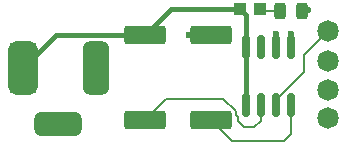
<source format=gbr>
%TF.GenerationSoftware,KiCad,Pcbnew,8.0.2-1*%
%TF.CreationDate,2024-09-02T18:13:03-04:00*%
%TF.ProjectId,usb-power,7573622d-706f-4776-9572-2e6b69636164,rev?*%
%TF.SameCoordinates,Original*%
%TF.FileFunction,Copper,L1,Top*%
%TF.FilePolarity,Positive*%
%FSLAX46Y46*%
G04 Gerber Fmt 4.6, Leading zero omitted, Abs format (unit mm)*
G04 Created by KiCad (PCBNEW 8.0.2-1) date 2024-09-02 18:13:03*
%MOMM*%
%LPD*%
G01*
G04 APERTURE LIST*
G04 Aperture macros list*
%AMRoundRect*
0 Rectangle with rounded corners*
0 $1 Rounding radius*
0 $2 $3 $4 $5 $6 $7 $8 $9 X,Y pos of 4 corners*
0 Add a 4 corners polygon primitive as box body*
4,1,4,$2,$3,$4,$5,$6,$7,$8,$9,$2,$3,0*
0 Add four circle primitives for the rounded corners*
1,1,$1+$1,$2,$3*
1,1,$1+$1,$4,$5*
1,1,$1+$1,$6,$7*
1,1,$1+$1,$8,$9*
0 Add four rect primitives between the rounded corners*
20,1,$1+$1,$2,$3,$4,$5,0*
20,1,$1+$1,$4,$5,$6,$7,0*
20,1,$1+$1,$6,$7,$8,$9,0*
20,1,$1+$1,$8,$9,$2,$3,0*%
G04 Aperture macros list end*
%TA.AperFunction,ComponentPad*%
%ADD10C,1.824000*%
%TD*%
%TA.AperFunction,ComponentPad*%
%ADD11RoundRect,0.562500X-0.562500X1.687500X-0.562500X-1.687500X0.562500X-1.687500X0.562500X1.687500X0*%
%TD*%
%TA.AperFunction,ComponentPad*%
%ADD12RoundRect,0.500000X1.500000X0.500000X-1.500000X0.500000X-1.500000X-0.500000X1.500000X-0.500000X0*%
%TD*%
%TA.AperFunction,ComponentPad*%
%ADD13RoundRect,0.625000X0.625000X-1.625000X0.625000X1.625000X-0.625000X1.625000X-0.625000X-1.625000X0*%
%TD*%
%TA.AperFunction,SMDPad,CuDef*%
%ADD14RoundRect,0.243750X0.243750X0.456250X-0.243750X0.456250X-0.243750X-0.456250X0.243750X-0.456250X0*%
%TD*%
%TA.AperFunction,SMDPad,CuDef*%
%ADD15RoundRect,0.250000X-1.500000X-0.550000X1.500000X-0.550000X1.500000X0.550000X-1.500000X0.550000X0*%
%TD*%
%TA.AperFunction,SMDPad,CuDef*%
%ADD16R,1.000000X1.000000*%
%TD*%
%TA.AperFunction,SMDPad,CuDef*%
%ADD17RoundRect,0.150000X0.150000X-0.825000X0.150000X0.825000X-0.150000X0.825000X-0.150000X-0.825000X0*%
%TD*%
%TA.AperFunction,ViaPad*%
%ADD18C,0.600000*%
%TD*%
%TA.AperFunction,Conductor*%
%ADD19C,0.200000*%
%TD*%
%TA.AperFunction,Conductor*%
%ADD20C,0.406400*%
%TD*%
G04 APERTURE END LIST*
D10*
%TO.P,J2,1,VBUS*%
%TO.N,+5V*%
X164326400Y-88839200D03*
%TO.P,J2,2,D-*%
%TO.N,unconnected-(J2-D--Pad2)*%
X164326400Y-91379200D03*
%TO.P,J2,3,D+*%
%TO.N,unconnected-(J2-D+-Pad3)*%
X164326400Y-93868400D03*
%TO.P,J2,4,GND*%
%TO.N,GND*%
X164326400Y-96256000D03*
%TD*%
D11*
%TO.P,J1,1*%
%TO.N,GND*%
X144706750Y-92031750D03*
D12*
%TO.P,J1,2*%
%TO.N,N/C*%
X141506750Y-96731750D03*
D13*
%TO.P,J1,3*%
%TO.N,+9V*%
X138506750Y-92031750D03*
%TD*%
D14*
%TO.P,D1,1,K*%
%TO.N,GND*%
X162137500Y-87200000D03*
%TO.P,D1,2,A*%
%TO.N,Net-(D1-A)*%
X160262500Y-87200000D03*
%TD*%
D15*
%TO.P,C4,1*%
%TO.N,Net-(U3-CAP+)*%
X148800000Y-96400000D03*
%TO.P,C4,2*%
%TO.N,Net-(U3-CAP-)*%
X154400000Y-96400000D03*
%TD*%
D16*
%TO.P,R3,1*%
%TO.N,Net-(D1-A)*%
X158550000Y-87000000D03*
%TO.P,R3,2*%
%TO.N,+9V*%
X156850000Y-87000000D03*
%TD*%
D17*
%TO.P,U3,1,BOOST*%
%TO.N,+9V*%
X157390000Y-95150000D03*
%TO.P,U3,2,CAP+*%
%TO.N,Net-(U3-CAP+)*%
X158660000Y-95150000D03*
%TO.P,U3,3,GND*%
%TO.N,+5V*%
X159930000Y-95150000D03*
%TO.P,U3,4,CAP-*%
%TO.N,Net-(U3-CAP-)*%
X161200000Y-95150000D03*
%TO.P,U3,5,VOUT*%
%TO.N,GND*%
X161200000Y-90200000D03*
%TO.P,U3,6,LV*%
X159930000Y-90200000D03*
%TO.P,U3,7,OSC*%
%TO.N,unconnected-(U3-OSC-Pad7)*%
X158660000Y-90200000D03*
%TO.P,U3,8,V+*%
%TO.N,+9V*%
X157390000Y-90200000D03*
%TD*%
D15*
%TO.P,C5,1*%
%TO.N,+9V*%
X148800000Y-89200000D03*
%TO.P,C5,2*%
%TO.N,GND*%
X154400000Y-89200000D03*
%TD*%
D18*
%TO.N,GND*%
X152600000Y-89200000D03*
X159900000Y-89100000D03*
X161200000Y-89100000D03*
X162600000Y-87100000D03*
%TD*%
D19*
%TO.N,Net-(U3-CAP-)*%
X161200000Y-97600000D02*
X161200000Y-95150000D01*
X156200000Y-98200000D02*
X160600000Y-98200000D01*
X160600000Y-98200000D02*
X161200000Y-97600000D01*
X154400000Y-96400000D02*
X156200000Y-98200000D01*
D20*
%TO.N,+9V*%
X151000000Y-87000000D02*
X148800000Y-89200000D01*
X157390000Y-95150000D02*
X157390000Y-90200000D01*
X156850000Y-87000000D02*
X151000000Y-87000000D01*
X157390000Y-87540000D02*
X156850000Y-87000000D01*
X157390000Y-90200000D02*
X157390000Y-87540000D01*
X141338500Y-89200000D02*
X148800000Y-89200000D01*
X138506750Y-92031750D02*
X141338500Y-89200000D01*
%TO.N,GND*%
X159930000Y-90200000D02*
X159930000Y-89130000D01*
X154400000Y-89200000D02*
X152600000Y-89200000D01*
X162500000Y-87200000D02*
X162600000Y-87100000D01*
X159930000Y-89130000D02*
X159900000Y-89100000D01*
X161200000Y-90200000D02*
X161200000Y-89100000D01*
X162137500Y-87200000D02*
X162500000Y-87200000D01*
D19*
%TO.N,+5V*%
X162300000Y-92300000D02*
X159930000Y-94670000D01*
X162300000Y-90865600D02*
X162300000Y-92300000D01*
X159930000Y-94670000D02*
X159930000Y-95150000D01*
X164326400Y-88839200D02*
X162300000Y-90865600D01*
%TO.N,Net-(D1-A)*%
X158750000Y-87200000D02*
X158550000Y-87000000D01*
X160262500Y-87200000D02*
X158750000Y-87200000D01*
%TO.N,Net-(U3-CAP+)*%
X158660000Y-96440000D02*
X158100000Y-97000000D01*
X156500000Y-95665256D02*
X155434744Y-94600000D01*
X157200000Y-97000000D02*
X156675000Y-96475000D01*
X155434744Y-94600000D02*
X150600000Y-94600000D01*
X156500000Y-95950000D02*
X156500000Y-95665256D01*
X150600000Y-94600000D02*
X148800000Y-96400000D01*
X156675000Y-96125000D02*
X156500000Y-95950000D01*
X158100000Y-97000000D02*
X157200000Y-97000000D01*
X158660000Y-95150000D02*
X158660000Y-96440000D01*
X156675000Y-96475000D02*
X156675000Y-96125000D01*
%TD*%
M02*

</source>
